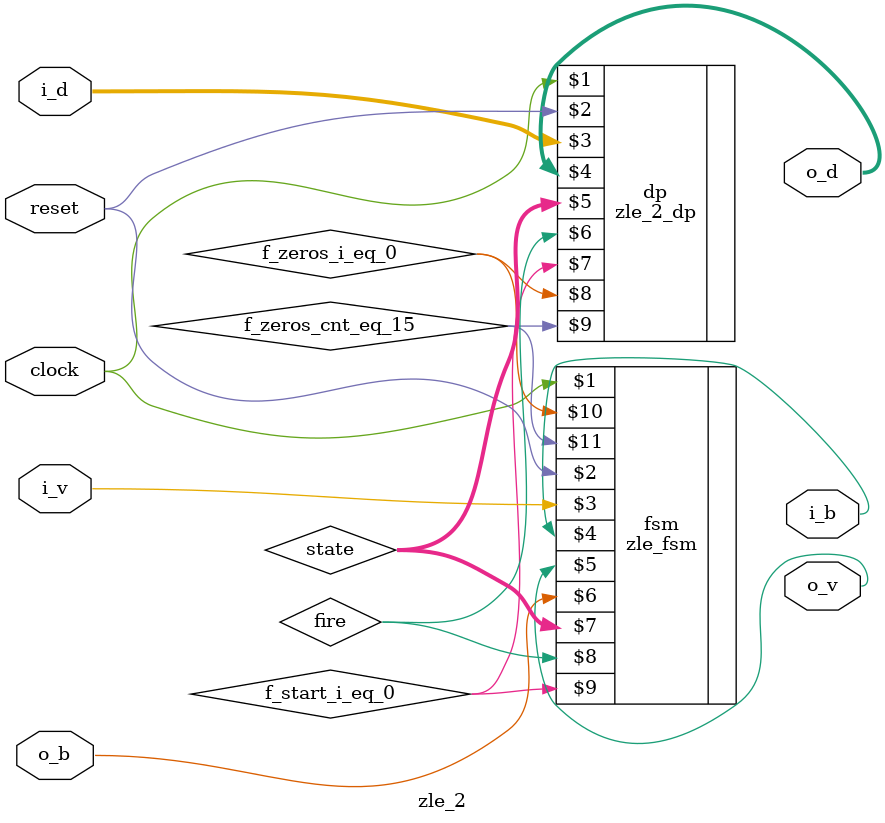
<source format=v>

`include "zle_fsm.v"
`include "zle_2_dp.v"

module zle_2 (clock, reset,  i_d, i_v, i_b,  o_d, o_v, o_b);
   
   input  clock, reset;
   input  [2:0] i_d;	input  i_v;	output i_b;	// - input  stream i
   output [3:0] o_d;	output o_v;	input  o_b;	// - output stream o

   wire   [1:0]	state;				// - state to datapath
   wire         fire;				// - fire  to datapath
   wire 	f_start_i_eq_0,
		f_zeros_i_eq_0,
		f_zeros_cnt_eq_15;		// - flags from datapath
   
   zle_fsm  fsm (clock, reset,  i_v, i_b,  o_v, o_b,  state, fire,
		 f_start_i_eq_0, f_zeros_i_eq_0, f_zeros_cnt_eq_15);
   
   zle_2_dp dp  (clock, reset, i_d, o_d, state, fire,
		 f_start_i_eq_0, f_zeros_i_eq_0, f_zeros_cnt_eq_15);

endmodule // zle_2

</source>
